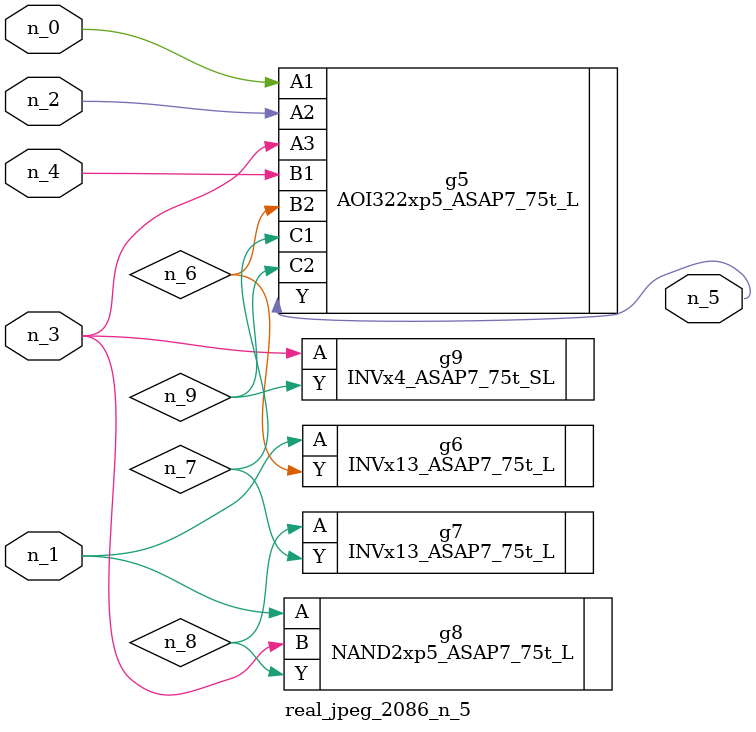
<source format=v>
module real_jpeg_2086_n_5 (n_4, n_0, n_1, n_2, n_3, n_5);

input n_4;
input n_0;
input n_1;
input n_2;
input n_3;

output n_5;

wire n_8;
wire n_6;
wire n_7;
wire n_9;

AOI322xp5_ASAP7_75t_L g5 ( 
.A1(n_0),
.A2(n_2),
.A3(n_3),
.B1(n_4),
.B2(n_6),
.C1(n_7),
.C2(n_9),
.Y(n_5)
);

INVx13_ASAP7_75t_L g6 ( 
.A(n_1),
.Y(n_6)
);

NAND2xp5_ASAP7_75t_L g8 ( 
.A(n_1),
.B(n_3),
.Y(n_8)
);

INVx4_ASAP7_75t_SL g9 ( 
.A(n_3),
.Y(n_9)
);

INVx13_ASAP7_75t_L g7 ( 
.A(n_8),
.Y(n_7)
);


endmodule
</source>
